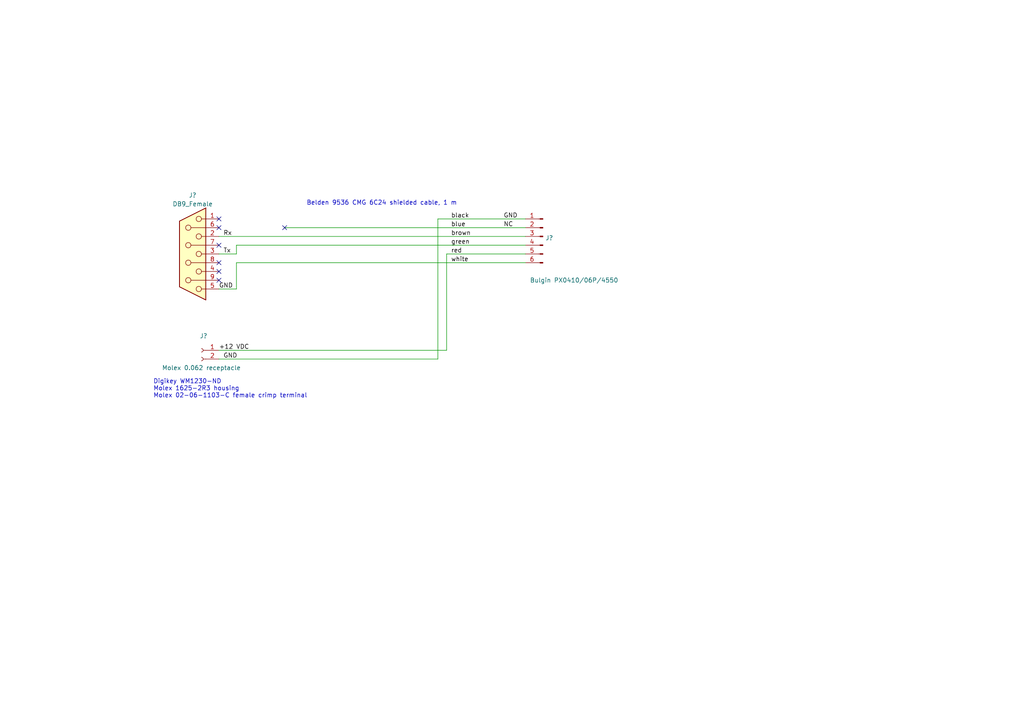
<source format=kicad_sch>
(kicad_sch (version 20211123) (generator eeschema)
  (paper "A4")
  (title_block (title "EchoCAL Router Charge & Comm. Cable") (date "2022-12-08"))
  (lib_symbols
    (symbol "Connector:Conn_01x02_Female" (pin_names (offset 1.016) hide)
      (property "Reference" "J" (at 0 2.54 0))
      (property "Value" "Conn_01x02_Female" (at 0 -5.08 0))
      (symbol "Conn_01x02_Female_1_1"
        (arc (start 0 -2.032) (mid -0.508 -2.54) (end 0 -3.048) (stroke (width 0.1524)))
        (polyline (pts (xy -1.27 -2.54) (xy -0.508 -2.54)) (stroke (width 0.1524)))
        (polyline (pts (xy -1.27 0) (xy -0.508 0)) (stroke (width 0.1524)))
        (arc (start 0 0.508) (mid -0.508 0) (end 0 -0.508) (stroke (width 0.1524)))
        (pin passive line (at -5.08 0 0) (length 3.81) (name "Pin_1") (number "1"))
        (pin passive line (at -5.08 -2.54 0) (length 3.81) (name "Pin_2") (number "2"))
      )
    )
    (symbol "Connector:Conn_01x06_Male" (pin_names (offset 1.016) hide)
      (property "Reference" "J" (at 0 7.62 0))
      (property "Value" "Conn_01x06_Male" (at 0 -10.16 0))
      (symbol "Conn_01x06_Male_1_1"
        (polyline (pts (xy 1.27 -7.62) (xy 0.8636 -7.62)) (stroke (width 0.1524)))
        (polyline (pts (xy 1.27 -5.08) (xy 0.8636 -5.08)) (stroke (width 0.1524)))
        (polyline (pts (xy 1.27 -2.54) (xy 0.8636 -2.54)) (stroke (width 0.1524)))
        (polyline (pts (xy 1.27 0) (xy 0.8636 0)) (stroke (width 0.1524)))
        (polyline (pts (xy 1.27 2.54) (xy 0.8636 2.54)) (stroke (width 0.1524)))
        (polyline (pts (xy 1.27 5.08) (xy 0.8636 5.08)) (stroke (width 0.1524)))
        (rectangle (start 0.8636 -7.493) (end 0 -7.747) (stroke (width 0.1524)) (fill (type outline)))
        (rectangle (start 0.8636 -4.953) (end 0 -5.207) (stroke (width 0.1524)) (fill (type outline)))
        (rectangle (start 0.8636 -2.413) (end 0 -2.667) (stroke (width 0.1524)) (fill (type outline)))
        (rectangle (start 0.8636 0.127) (end 0 -0.127) (stroke (width 0.1524)) (fill (type outline)))
        (rectangle (start 0.8636 2.667) (end 0 2.413) (stroke (width 0.1524)) (fill (type outline)))
        (rectangle (start 0.8636 5.207) (end 0 4.953) (stroke (width 0.1524)) (fill (type outline)))
        (pin passive line (at 5.08 5.08 180) (length 3.81) (name "Pin_1") (number "1"))
        (pin passive line (at 5.08 2.54 180) (length 3.81) (name "Pin_2") (number "2"))
        (pin passive line (at 5.08 0 180) (length 3.81) (name "Pin_3") (number "3"))
        (pin passive line (at 5.08 -2.54 180) (length 3.81) (name "Pin_4") (number "4"))
        (pin passive line (at 5.08 -5.08 180) (length 3.81) (name "Pin_5") (number "5"))
        (pin passive line (at 5.08 -7.62 180) (length 3.81) (name "Pin_6") (number "6"))
      )
    )
    (symbol "Connector:DB9_Female" (pin_names (offset 1.016) hide)
      (property "Reference" "J" (at 0 13.97 0))
      (property "Value" "DB9_Female" (at 0 -14.605 0))
      (symbol "DB9_Female_0_1"
        (circle (center -1.778 -10.16) (radius 0.762))
        (circle (center -1.778 -5.08) (radius 0.762))
        (circle (center -1.778 0) (radius 0.762))
        (circle (center -1.778 5.08) (radius 0.762))
        (circle (center -1.778 10.16) (radius 0.762))
        (polyline (pts (xy -3.81 -10.16) (xy -2.54 -10.16)))
        (polyline (pts (xy -3.81 -7.62) (xy 0.508 -7.62)))
        (polyline (pts (xy -3.81 -5.08) (xy -2.54 -5.08)))
        (polyline (pts (xy -3.81 -2.54) (xy 0.508 -2.54)))
        (polyline (pts (xy -3.81 0) (xy -2.54 0)))
        (polyline (pts (xy -3.81 2.54) (xy 0.508 2.54)))
        (polyline (pts (xy -3.81 5.08) (xy -2.54 5.08)))
        (polyline (pts (xy -3.81 7.62) (xy 0.508 7.62)))
        (polyline (pts (xy -3.81 10.16) (xy -2.54 10.16)))
        (polyline (pts (xy -3.81 13.335) (xy -3.81 -13.335) (xy 3.81 -9.525) (xy 3.81 9.525) (xy -3.81 13.335)) (stroke (width 0.254)) (fill (type background)))
        (circle (center 1.27 -7.62) (radius 0.762))
        (circle (center 1.27 -2.54) (radius 0.762))
        (circle (center 1.27 2.54) (radius 0.762))
        (circle (center 1.27 7.62) (radius 0.762))
      )
      (symbol "DB9_Female_1_1"
        (pin passive line (at -7.62 10.16 0) (length 3.81) (name "1") (number "1"))
        (pin passive line (at -7.62 5.08 0) (length 3.81) (name "2") (number "2"))
        (pin passive line (at -7.62 0 0) (length 3.81) (name "3") (number "3"))
        (pin passive line (at -7.62 -5.08 0) (length 3.81) (name "4") (number "4"))
        (pin passive line (at -7.62 -10.16 0) (length 3.81) (name "5") (number "5"))
        (pin passive line (at -7.62 7.62 0) (length 3.81) (name "6") (number "6"))
        (pin passive line (at -7.62 2.54 0) (length 3.81) (name "7") (number "7"))
        (pin passive line (at -7.62 -2.54 0) (length 3.81) (name "8") (number "8"))
        (pin passive line (at -7.62 -7.62 0) (length 3.81) (name "9") (number "9"))
      )
    )
  )
  (no_connect (at 63.5 63.5))
  (no_connect (at 63.5 66.04))
  (no_connect (at 63.5 81.28))
  (no_connect (at 63.5 78.74))
  (no_connect (at 82.55 66.04))
  (no_connect (at 63.5 71.12))
  (no_connect (at 63.5 76.2))
  (wire (pts (xy 68.58 73.66) (xy 63.5 73.66)))
  (wire (pts (xy 68.58 83.82) (xy 63.5 83.82)))
  (wire (pts (xy 152.4 63.5) (xy 127 63.5)))
  (wire (pts (xy 68.58 71.12) (xy 68.58 73.66)))
  (wire (pts (xy 82.55 66.04) (xy 152.4 66.04)))
  (wire (pts (xy 152.4 71.12) (xy 68.58 71.12)))
  (wire (pts (xy 63.5 101.6) (xy 129.54 101.6)))
  (wire (pts (xy 127 63.5) (xy 127 104.14)))
  (wire (pts (xy 152.4 73.66) (xy 129.54 73.66)))
  (wire (pts (xy 68.58 76.2) (xy 68.58 83.82)))
  (wire (pts (xy 63.5 68.58) (xy 152.4 68.58)))
  (wire (pts (xy 129.54 73.66) (xy 129.54 101.6)))
  (wire (pts (xy 127 104.14) (xy 63.5 104.14)))
  (wire (pts (xy 152.4 76.2) (xy 68.58 76.2)))
  (text "Belden 9536 CMG 6C24 shielded cable, 1 m" (at 88.9 59.69 0) (effects (font (size 1.27 1.27)) (justify left bottom)))
  (text "Digikey WM1230-ND\nMolex 1625-2R3 housing\nMolex 02-06-1103-C female crimp terminal" (at 44.45 115.57 0) (effects (font (size 1.27 1.27)) (justify left bottom)))
  (label "red" (at 130.81 73.66 0))
  (label "brown" (at 130.81 68.58 0))
  (label "GND" (at 146.05 63.5 0))
  (label "GND" (at 64.77 104.14 0))
  (label "blue" (at 130.81 66.04 0))
  (label "Tx" (at 64.77 73.66 0))
  (label "GND" (at 63.5 83.82 0))
  (label "+12 VDC" (at 63.5 101.6 0))
  (label "white" (at 130.81 76.2 0))
  (label "black" (at 130.81 63.5 0))
  (label "green" (at 130.81 71.12 0))
  (label "Rx" (at 64.77 68.58 0))
  (label "NC" (at 146.05 66.04 0))
  (symbol (lib_id "Connector:Conn_01x06_Male") (at 157.48 68.58 0) (mirror y) (unit 1)
    (property "Reference" "J?" (at 158.1912 69.0153 0) (effects (justify right)))
    (property "Value" "Bulgin PX0410/06P/4550" (at 153.67 81.28 0) (effects (justify right)))
  )
  (symbol (lib_id "Connector:Conn_01x02_Female") (at 58.42 101.6 0) (mirror y) (unit 1)
    (property "Reference" "J?" (at 59.055 97.443 0))
    (property "Value" "Molex 0.062 receptacle" (at 58.42 106.68 0))
  )
  (symbol (lib_id "Connector:DB9_Female") (at 55.88 73.66 0) (mirror y) (unit 1)
    (property "Reference" "J?" (at 55.88 56.6252 0))
    (property "Value" "DB9_Female" (at 55.88 59.1621 0))
    (property "Datasheet" " ~" (effects hide))
  )
)
</source>
